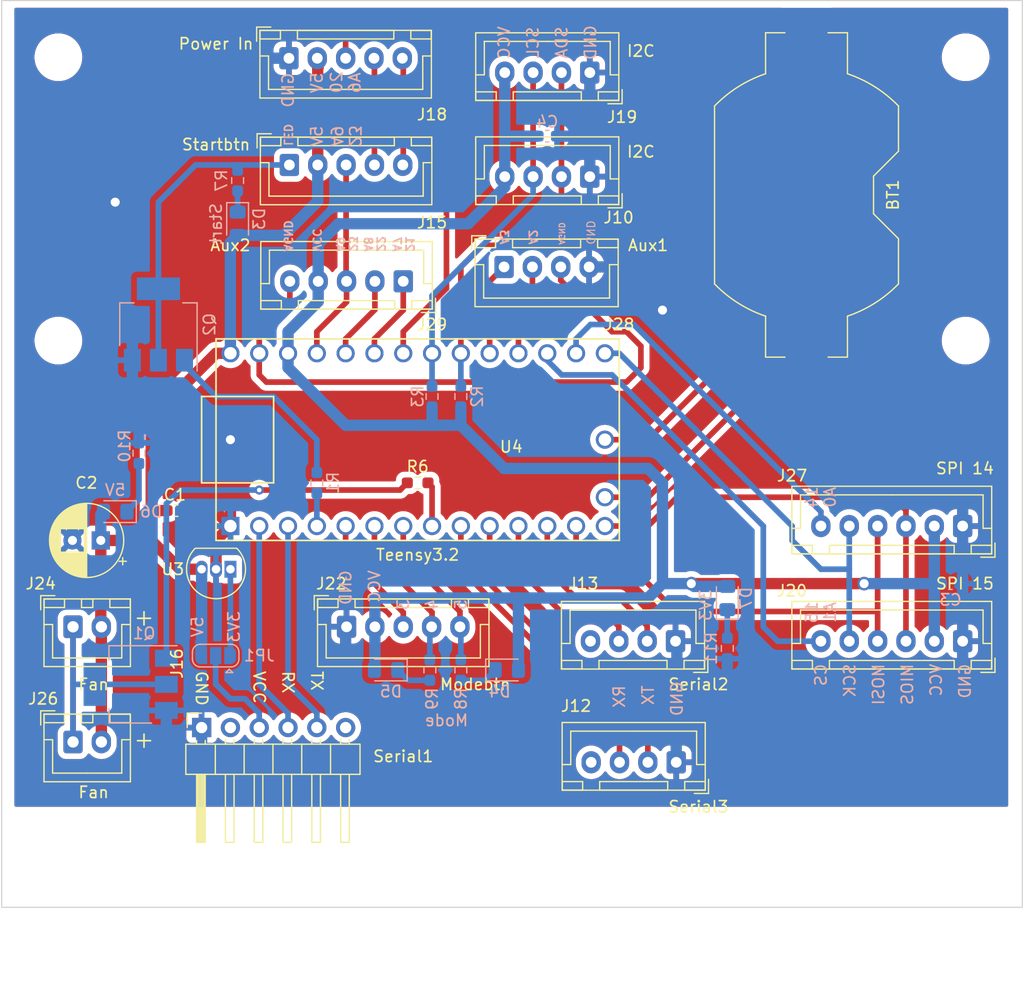
<source format=kicad_pcb>
(kicad_pcb (version 20211014) (generator pcbnew)

  (general
    (thickness 1.6)
  )

  (paper "A4")
  (layers
    (0 "F.Cu" signal)
    (31 "B.Cu" signal)
    (32 "B.Adhes" user "B.Adhesive")
    (33 "F.Adhes" user "F.Adhesive")
    (34 "B.Paste" user)
    (35 "F.Paste" user)
    (36 "B.SilkS" user "B.Silkscreen")
    (37 "F.SilkS" user "F.Silkscreen")
    (38 "B.Mask" user)
    (39 "F.Mask" user)
    (40 "Dwgs.User" user "User.Drawings")
    (41 "Cmts.User" user "User.Comments")
    (42 "Eco1.User" user "User.Eco1")
    (43 "Eco2.User" user "User.Eco2")
    (44 "Edge.Cuts" user)
    (45 "Margin" user)
    (46 "B.CrtYd" user "B.Courtyard")
    (47 "F.CrtYd" user "F.Courtyard")
    (48 "B.Fab" user)
    (49 "F.Fab" user)
    (50 "User.1" user)
    (51 "User.2" user)
    (52 "User.3" user)
    (53 "User.4" user)
    (54 "User.5" user)
    (55 "User.6" user)
    (56 "User.7" user)
    (57 "User.8" user)
    (58 "User.9" user)
  )

  (setup
    (stackup
      (layer "F.SilkS" (type "Top Silk Screen"))
      (layer "F.Paste" (type "Top Solder Paste"))
      (layer "F.Mask" (type "Top Solder Mask") (thickness 0.01))
      (layer "F.Cu" (type "copper") (thickness 0.035))
      (layer "dielectric 1" (type "core") (thickness 1.51) (material "FR4") (epsilon_r 4.5) (loss_tangent 0.02))
      (layer "B.Cu" (type "copper") (thickness 0.035))
      (layer "B.Mask" (type "Bottom Solder Mask") (thickness 0.01))
      (layer "B.Paste" (type "Bottom Solder Paste"))
      (layer "B.SilkS" (type "Bottom Silk Screen"))
      (copper_finish "None")
      (dielectric_constraints no)
    )
    (pad_to_mask_clearance 0)
    (pcbplotparams
      (layerselection 0x00010fc_ffffffff)
      (disableapertmacros false)
      (usegerberextensions true)
      (usegerberattributes false)
      (usegerberadvancedattributes false)
      (creategerberjobfile false)
      (svguseinch false)
      (svgprecision 6)
      (excludeedgelayer true)
      (plotframeref false)
      (viasonmask false)
      (mode 1)
      (useauxorigin false)
      (hpglpennumber 1)
      (hpglpenspeed 20)
      (hpglpendiameter 15.000000)
      (dxfpolygonmode true)
      (dxfimperialunits true)
      (dxfusepcbnewfont true)
      (psnegative false)
      (psa4output false)
      (plotreference true)
      (plotvalue false)
      (plotinvisibletext false)
      (sketchpadsonfab false)
      (subtractmaskfromsilk true)
      (outputformat 1)
      (mirror false)
      (drillshape 0)
      (scaleselection 1)
      (outputdirectory "gerber/")
    )
  )

  (net 0 "")
  (net 1 "Net-(BT1-Pad1)")
  (net 2 "GNDD")
  (net 3 "+5V")
  (net 4 "Net-(BT1-Pad2)")
  (net 5 "SCK")
  (net 6 "Net-(J15-Pad1)")
  (net 7 "MISO")
  (net 8 "SD_CS")
  (net 9 "SDA")
  (net 10 "SCL")
  (net 11 "Net-(J15-Pad3)")
  (net 12 "Net-(J18-Pad3)")
  (net 13 "+3V3")
  (net 14 "MOSI")
  (net 15 "Net-(J13-Pad2)")
  (net 16 "Net-(J13-Pad3)")
  (net 17 "Net-(J12-Pad2)")
  (net 18 "Net-(J12-Pad3)")
  (net 19 "Net-(J21-Pad3)")
  (net 20 "Net-(J21-Pad4)")
  (net 21 "Net-(J21-Pad5)")
  (net 22 "Net-(J24-Pad1)")
  (net 23 "Net-(R1-Pad1)")
  (net 24 "/TX")
  (net 25 "/RX")
  (net 26 "unconnected-(J12-Pad4)")
  (net 27 "unconnected-(J13-Pad4)")
  (net 28 "Net-(J15-Pad4)")
  (net 29 "Net-(J15-Pad5)")
  (net 30 "unconnected-(J16-Pad2)")
  (net 31 "unconnected-(J16-Pad6)")
  (net 32 "Net-(J28-Pad1)")
  (net 33 "CS_A0")
  (net 34 "Net-(J28-Pad2)")
  (net 35 "Net-(J28-Pad3)")
  (net 36 "Net-(J29-Pad1)")
  (net 37 "Net-(J16-Pad3)")
  (net 38 "Net-(J29-Pad2)")
  (net 39 "Net-(JP1-Pad1)")
  (net 40 "Net-(Q1-Pad1)")
  (net 41 "Net-(D3-Pad1)")
  (net 42 "Net-(D4-Pad1)")
  (net 43 "Net-(D5-Pad1)")
  (net 44 "Net-(D6-Pad1)")
  (net 45 "Net-(D7-Pad1)")
  (net 46 "Net-(Q2-Pad1)")
  (net 47 "Net-(R6-Pad2)")

  (footprint "Connector_JST:JST_XH_B4B-XH-A_1x04_P2.50mm_Vertical" (layer "F.Cu") (at 121.86 46.355 180))

  (footprint "Connector_JST:JST_XH_B4B-XH-A_1x04_P2.50mm_Vertical" (layer "F.Cu") (at 129.48 107.205 180))

  (footprint "Connector_JST:JST_XH_B5B-XH-A_1x05_P2.50mm_Vertical" (layer "F.Cu") (at 95.33 45.088))

  (footprint "Connector_JST:JST_XH_B4B-XH-A_1x04_P2.50mm_Vertical" (layer "F.Cu") (at 129.42 96.52 180))

  (footprint "Connector_JST:JST_XH_B5B-XH-A_1x05_P2.50mm_Vertical" (layer "F.Cu") (at 95.37 54.503))

  (footprint "Connector_JST:JST_XH_B2B-XH-A_1x02_P2.50mm_Vertical" (layer "F.Cu") (at 76.29 95.25))

  (footprint "Connector_JST:JST_XH_B4B-XH-A_1x04_P2.50mm_Vertical" (layer "F.Cu") (at 121.86 55.536 180))

  (footprint "Battery:BatteryHolder_Keystone_1058_1x2032" (layer "F.Cu") (at 140.97 57.15 90))

  (footprint "teensy:Teensy30_31_32_All_Pins" (layer "F.Cu") (at 106.68 78.74))

  (footprint "Connector_JST:JST_XH_B4B-XH-A_1x04_P2.50mm_Vertical" (layer "F.Cu") (at 114.3 63.5))

  (footprint "Connector_JST:JST_XH_B6B-XH-A_1x06_P2.50mm_Vertical" (layer "F.Cu") (at 154.74 86.36 180))

  (footprint "Connector_JST:JST_XH_B5B-XH-A_1x05_P2.50mm_Vertical" (layer "F.Cu") (at 100.41 95.25))

  (footprint "MountingHole:MountingHole_3.2mm_M3" (layer "F.Cu") (at 75 45))

  (footprint "Resistor_SMD:R_0603_1608Metric_Pad0.98x0.95mm_HandSolder" (layer "F.Cu") (at 106.68 82.55))

  (footprint "Package_TO_SOT_THT:TO-92_Inline" (layer "F.Cu") (at 90.17 90.17 180))

  (footprint "Connector_JST:JST_XH_B2B-XH-A_1x02_P2.50mm_Vertical" (layer "F.Cu") (at 76.29 105.41))

  (footprint "MountingHole:MountingHole_3.2mm_M3" (layer "F.Cu") (at 155 70))

  (footprint "Capacitor_SMD:C_0603_1608Metric_Pad1.08x0.95mm_HandSolder" (layer "F.Cu") (at 85.395 84.995))

  (footprint "MountingHole:MountingHole_3.2mm_M3" (layer "F.Cu") (at 155 115))

  (footprint "Connector_JST:JST_XH_B6B-XH-A_1x06_P2.50mm_Vertical" (layer "F.Cu") (at 154.74 96.52 180))

  (footprint "MountingHole:MountingHole_3.2mm_M3" (layer "F.Cu") (at 155 45))

  (footprint "Connector_PinHeader_2.54mm:PinHeader_1x06_P2.54mm_Horizontal" (layer "F.Cu") (at 87.63 104.14 90))

  (footprint "Connector_JST:JST_XH_B5B-XH-A_1x05_P2.50mm_Vertical" (layer "F.Cu") (at 105.41 64.77 180))

  (footprint "MountingHole:MountingHole_3.2mm_M3" (layer "F.Cu") (at 75 115))

  (footprint "MountingHole:MountingHole_3.2mm_M3" (layer "F.Cu") (at 75 70))

  (footprint "Capacitor_THT:CP_Radial_D6.3mm_P2.50mm" (layer "F.Cu") (at 78.74 87.63 180))

  (footprint "Resistor_SMD:R_0603_1608Metric_Pad0.98x0.95mm_HandSolder" (layer "B.Cu") (at 107.95 74.93 90))

  (footprint "Resistor_SMD:R_0603_1608Metric_Pad0.98x0.95mm_HandSolder" (layer "B.Cu") (at 110.49 99.06 90))

  (footprint "Package_TO_SOT_SMD:SOT-223-3_TabPin2" (layer "B.Cu") (at 81.37 100.33 180))

  (footprint "Resistor_SMD:R_0603_1608Metric_Pad0.98x0.95mm_HandSolder" (layer "B.Cu") (at 133.985 97.155 -90))

  (footprint "Jumper:SolderJumper-3_P1.3mm_Open_RoundedPad1.0x1.5mm" (layer "B.Cu") (at 88.87 97.79 180))

  (footprint "Package_TO_SOT_SMD:SOT-223-3_TabPin2" (layer "B.Cu") (at 83.82 68.58 90))

  (footprint "Resistor_SMD:R_0603_1608Metric_Pad0.98x0.95mm_HandSolder" (layer "B.Cu") (at 110.49 74.93 90))

  (footprint "Capacitor_SMD:C_0603_1608Metric_Pad1.08x0.95mm_HandSolder" (layer "B.Cu") (at 153.67 91.44))

  (footprint "Resistor_SMD:R_0603_1608Metric_Pad0.98x0.95mm_HandSolder" (layer "B.Cu") (at 90.805 55.88 -90))

  (footprint "LED_SMD:LED_0805_2012Metric_Pad1.15x1.40mm_HandSolder" (layer "B.Cu") (at 114.545 99.06))

  (footprint "Resistor_SMD:R_0603_1608Metric_Pad0.98x0.95mm_HandSolder" (layer "B.Cu") (at 97.79 82.55 90))

  (footprint "Resistor_SMD:R_0603_1608Metric_Pad0.98x0.95mm_HandSolder" (layer "B.Cu") (at 107.7575 99.06 90))

  (footprint "LED_SMD:LED_0805_2012Metric_Pad1.15x1.40mm_HandSolder" (layer "B.Cu") (at 90.805 59.69 -90))

  (footprint "Capacitor_SMD:C_0603_1608Metric_Pad1.08x0.95mm_HandSolder" (layer "B.Cu")
    (tedit 5F68FEEF) (tstamp a45bf199-7f47-4b38-adee-87bfd9acbac7)
    (at 118.11 51.963)
    (descr "Capacitor SMD 0603 (1608 Metric), square (rectangular) end terminal, IPC_7351 nominal with elongated pad for handsoldering. (Body size source: IPC-SM-782 page 76, https://www.pcb-3d.com/wordpress/wp-content/uploads/ipc-sm-782a_amendment_1_and_2.pdf), generated with kicad-footprint-generator")
    (tags "capacitor handsolder")
    (property "Sheetfile" "Bobbycar_wiring.kicad_sch")
    (property "Sheetname" "")
    (path "/24439a5e-bd8e-4ede-a419-5ef6f9b59a43")
    (attr smd)
    (fp_text reference "C4" (at 0 -1.27) (layer "B.SilkS")
      (effects (font (size 1 1) (thickness 0.15)) (justify mirror))
      (tstamp 6a078b6b-1f0a-4090-992c-e1a877250af5)
    )
    (fp_text value "100n" (at 0 -1.43) (layer "B.Fab")
      (effects (font (size 1 1) (thickness 0.15)) (justify mirror))
      (tstamp 30d4874e-4ae2-4920-a9f2-f1ca5d47925f)
    )
    (fp_text user "${REFERENCE}" (at 0 0) (layer "B.Fab")
      (effects (font (size 0.4 0.4) (thickness 0.06)) (justify mirror))
      (tstamp 4412a318-a3a9-44a9-a1ef-138166f3c587)
    )
    (fp_line (start -0.146267 0.51) (end 0.146267 0.51) (layer "B.SilkS") (width 0.12) (tstamp 7820a0f7-6d4b-42d2-ac20-eaea7309f5e9))
    (fp_line (start -0.146267 -0.51) (end 0.146267 -0.51) (layer "B.SilkS") (width 0.12) (tstamp a521d41b-24e1-4fdd-8bf1-ccfe7ab32be3))
    (fp_line (start 1.65 0.73) (end 1.65 -0.73) (layer "B.CrtYd") (width 0.05) (tstamp 6e450225-9941-43bd-b74b-c1ee20437533))
    (fp_line (start -1.65 -0.73) (end -1.65 0.73) (layer "B.CrtYd") (width 0.05) (tstamp 7c46ae2d-06d4-4203-9754-cf56fa0274ea))
    (fp_line (start -1.65 0.73) (end 1.65 0.73) (layer "B.CrtYd") (width 0.05) (tstamp 81d75523-f7f1-41fa-a98a-99ff02765095))
    (fp_line (start 1.65 -0.73) (end -1.65 -0.73) (layer "B.CrtYd") (width 0.05) (tstamp c2d56e9c-d331-40cb-a0c8-8c80241e6587))
    (fp_line (start -0.8 -0.4) (end -0.8 0.4) (layer "B.Fab") (width 0.1) (tstamp 5a8e27bc-6685-4b1f-ba8e-d0524b523f28))
    (fp_line (start -0.8 0.4) (end 0.8 0.4) (layer "B.Fab") (width 0.1) (tstamp 77090f27-ce11-49e2-9551-4513186f262f))
    (fp_line (start 0.8 -0.4) (end -0.8 -0.4) (layer "B.Fab") (width 0.1) (tstamp b2e2ad5f-b98a-42c5-a608-ec2ce3955dc8))
    (fp_line (start 0.8 0.4) (end 0.8 -0.4) (layer "B.Fab") (width 0.1) (tstamp e1f93fcb-2fe4-4763-9c30-2f
... [623358 chars truncated]
</source>
